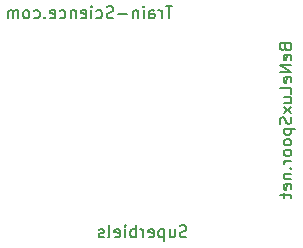
<source format=gbr>
%TF.GenerationSoftware,KiCad,Pcbnew,(6.0.9)*%
%TF.CreationDate,2023-04-18T10:07:27+02:00*%
%TF.ProjectId,midi-biels-2,6d696469-2d62-4696-956c-732d322e6b69,rev?*%
%TF.SameCoordinates,Original*%
%TF.FileFunction,Legend,Bot*%
%TF.FilePolarity,Positive*%
%FSLAX46Y46*%
G04 Gerber Fmt 4.6, Leading zero omitted, Abs format (unit mm)*
G04 Created by KiCad (PCBNEW (6.0.9)) date 2023-04-18 10:07:27*
%MOMM*%
%LPD*%
G01*
G04 APERTURE LIST*
%ADD10C,0.150000*%
G04 APERTURE END LIST*
D10*
X66114285Y-65404761D02*
X65971428Y-65452380D01*
X65733333Y-65452380D01*
X65638095Y-65404761D01*
X65590476Y-65357142D01*
X65542857Y-65261904D01*
X65542857Y-65166666D01*
X65590476Y-65071428D01*
X65638095Y-65023809D01*
X65733333Y-64976190D01*
X65923809Y-64928571D01*
X66019047Y-64880952D01*
X66066666Y-64833333D01*
X66114285Y-64738095D01*
X66114285Y-64642857D01*
X66066666Y-64547619D01*
X66019047Y-64500000D01*
X65923809Y-64452380D01*
X65685714Y-64452380D01*
X65542857Y-64500000D01*
X64685714Y-64785714D02*
X64685714Y-65452380D01*
X65114285Y-64785714D02*
X65114285Y-65309523D01*
X65066666Y-65404761D01*
X64971428Y-65452380D01*
X64828571Y-65452380D01*
X64733333Y-65404761D01*
X64685714Y-65357142D01*
X64209523Y-64785714D02*
X64209523Y-65785714D01*
X64209523Y-64833333D02*
X64114285Y-64785714D01*
X63923809Y-64785714D01*
X63828571Y-64833333D01*
X63780952Y-64880952D01*
X63733333Y-64976190D01*
X63733333Y-65261904D01*
X63780952Y-65357142D01*
X63828571Y-65404761D01*
X63923809Y-65452380D01*
X64114285Y-65452380D01*
X64209523Y-65404761D01*
X62923809Y-65404761D02*
X63019047Y-65452380D01*
X63209523Y-65452380D01*
X63304761Y-65404761D01*
X63352380Y-65309523D01*
X63352380Y-64928571D01*
X63304761Y-64833333D01*
X63209523Y-64785714D01*
X63019047Y-64785714D01*
X62923809Y-64833333D01*
X62876190Y-64928571D01*
X62876190Y-65023809D01*
X63352380Y-65119047D01*
X62447619Y-65452380D02*
X62447619Y-64785714D01*
X62447619Y-64976190D02*
X62400000Y-64880952D01*
X62352380Y-64833333D01*
X62257142Y-64785714D01*
X62161904Y-64785714D01*
X61828571Y-65452380D02*
X61828571Y-64452380D01*
X61828571Y-64833333D02*
X61733333Y-64785714D01*
X61542857Y-64785714D01*
X61447619Y-64833333D01*
X61400000Y-64880952D01*
X61352380Y-64976190D01*
X61352380Y-65261904D01*
X61400000Y-65357142D01*
X61447619Y-65404761D01*
X61542857Y-65452380D01*
X61733333Y-65452380D01*
X61828571Y-65404761D01*
X60923809Y-65452380D02*
X60923809Y-64785714D01*
X60923809Y-64452380D02*
X60971428Y-64500000D01*
X60923809Y-64547619D01*
X60876190Y-64500000D01*
X60923809Y-64452380D01*
X60923809Y-64547619D01*
X60066666Y-65404761D02*
X60161904Y-65452380D01*
X60352380Y-65452380D01*
X60447619Y-65404761D01*
X60495238Y-65309523D01*
X60495238Y-64928571D01*
X60447619Y-64833333D01*
X60352380Y-64785714D01*
X60161904Y-64785714D01*
X60066666Y-64833333D01*
X60019047Y-64928571D01*
X60019047Y-65023809D01*
X60495238Y-65119047D01*
X59447619Y-65452380D02*
X59542857Y-65404761D01*
X59590476Y-65309523D01*
X59590476Y-64452380D01*
X59114285Y-65404761D02*
X59019047Y-65452380D01*
X58828571Y-65452380D01*
X58733333Y-65404761D01*
X58685714Y-65309523D01*
X58685714Y-65261904D01*
X58733333Y-65166666D01*
X58828571Y-65119047D01*
X58971428Y-65119047D01*
X59066666Y-65071428D01*
X59114285Y-64976190D01*
X59114285Y-64928571D01*
X59066666Y-64833333D01*
X58971428Y-64785714D01*
X58828571Y-64785714D01*
X58733333Y-64833333D01*
X74478571Y-49380952D02*
X74526190Y-49523809D01*
X74573809Y-49571428D01*
X74669047Y-49619047D01*
X74811904Y-49619047D01*
X74907142Y-49571428D01*
X74954761Y-49523809D01*
X75002380Y-49428571D01*
X75002380Y-49047619D01*
X74002380Y-49047619D01*
X74002380Y-49380952D01*
X74050000Y-49476190D01*
X74097619Y-49523809D01*
X74192857Y-49571428D01*
X74288095Y-49571428D01*
X74383333Y-49523809D01*
X74430952Y-49476190D01*
X74478571Y-49380952D01*
X74478571Y-49047619D01*
X74954761Y-50428571D02*
X75002380Y-50333333D01*
X75002380Y-50142857D01*
X74954761Y-50047619D01*
X74859523Y-50000000D01*
X74478571Y-50000000D01*
X74383333Y-50047619D01*
X74335714Y-50142857D01*
X74335714Y-50333333D01*
X74383333Y-50428571D01*
X74478571Y-50476190D01*
X74573809Y-50476190D01*
X74669047Y-50000000D01*
X75002380Y-50904761D02*
X74002380Y-50904761D01*
X75002380Y-51476190D01*
X74002380Y-51476190D01*
X74954761Y-52333333D02*
X75002380Y-52238095D01*
X75002380Y-52047619D01*
X74954761Y-51952380D01*
X74859523Y-51904761D01*
X74478571Y-51904761D01*
X74383333Y-51952380D01*
X74335714Y-52047619D01*
X74335714Y-52238095D01*
X74383333Y-52333333D01*
X74478571Y-52380952D01*
X74573809Y-52380952D01*
X74669047Y-51904761D01*
X75002380Y-53285714D02*
X75002380Y-52809523D01*
X74002380Y-52809523D01*
X74335714Y-54047619D02*
X75002380Y-54047619D01*
X74335714Y-53619047D02*
X74859523Y-53619047D01*
X74954761Y-53666666D01*
X75002380Y-53761904D01*
X75002380Y-53904761D01*
X74954761Y-54000000D01*
X74907142Y-54047619D01*
X75002380Y-54428571D02*
X74335714Y-54952380D01*
X74335714Y-54428571D02*
X75002380Y-54952380D01*
X74954761Y-55285714D02*
X75002380Y-55428571D01*
X75002380Y-55666666D01*
X74954761Y-55761904D01*
X74907142Y-55809523D01*
X74811904Y-55857142D01*
X74716666Y-55857142D01*
X74621428Y-55809523D01*
X74573809Y-55761904D01*
X74526190Y-55666666D01*
X74478571Y-55476190D01*
X74430952Y-55380952D01*
X74383333Y-55333333D01*
X74288095Y-55285714D01*
X74192857Y-55285714D01*
X74097619Y-55333333D01*
X74050000Y-55380952D01*
X74002380Y-55476190D01*
X74002380Y-55714285D01*
X74050000Y-55857142D01*
X74335714Y-56285714D02*
X75335714Y-56285714D01*
X74383333Y-56285714D02*
X74335714Y-56380952D01*
X74335714Y-56571428D01*
X74383333Y-56666666D01*
X74430952Y-56714285D01*
X74526190Y-56761904D01*
X74811904Y-56761904D01*
X74907142Y-56714285D01*
X74954761Y-56666666D01*
X75002380Y-56571428D01*
X75002380Y-56380952D01*
X74954761Y-56285714D01*
X75002380Y-57333333D02*
X74954761Y-57238095D01*
X74907142Y-57190476D01*
X74811904Y-57142857D01*
X74526190Y-57142857D01*
X74430952Y-57190476D01*
X74383333Y-57238095D01*
X74335714Y-57333333D01*
X74335714Y-57476190D01*
X74383333Y-57571428D01*
X74430952Y-57619047D01*
X74526190Y-57666666D01*
X74811904Y-57666666D01*
X74907142Y-57619047D01*
X74954761Y-57571428D01*
X75002380Y-57476190D01*
X75002380Y-57333333D01*
X75002380Y-58238095D02*
X74954761Y-58142857D01*
X74907142Y-58095238D01*
X74811904Y-58047619D01*
X74526190Y-58047619D01*
X74430952Y-58095238D01*
X74383333Y-58142857D01*
X74335714Y-58238095D01*
X74335714Y-58380952D01*
X74383333Y-58476190D01*
X74430952Y-58523809D01*
X74526190Y-58571428D01*
X74811904Y-58571428D01*
X74907142Y-58523809D01*
X74954761Y-58476190D01*
X75002380Y-58380952D01*
X75002380Y-58238095D01*
X75002380Y-59000000D02*
X74335714Y-59000000D01*
X74526190Y-59000000D02*
X74430952Y-59047619D01*
X74383333Y-59095238D01*
X74335714Y-59190476D01*
X74335714Y-59285714D01*
X74907142Y-59619047D02*
X74954761Y-59666666D01*
X75002380Y-59619047D01*
X74954761Y-59571428D01*
X74907142Y-59619047D01*
X75002380Y-59619047D01*
X74335714Y-60095238D02*
X75002380Y-60095238D01*
X74430952Y-60095238D02*
X74383333Y-60142857D01*
X74335714Y-60238095D01*
X74335714Y-60380952D01*
X74383333Y-60476190D01*
X74478571Y-60523809D01*
X75002380Y-60523809D01*
X74954761Y-61380952D02*
X75002380Y-61285714D01*
X75002380Y-61095238D01*
X74954761Y-61000000D01*
X74859523Y-60952380D01*
X74478571Y-60952380D01*
X74383333Y-61000000D01*
X74335714Y-61095238D01*
X74335714Y-61285714D01*
X74383333Y-61380952D01*
X74478571Y-61428571D01*
X74573809Y-61428571D01*
X74669047Y-60952380D01*
X74335714Y-61714285D02*
X74335714Y-62095238D01*
X74002380Y-61857142D02*
X74859523Y-61857142D01*
X74954761Y-61904761D01*
X75002380Y-62000000D01*
X75002380Y-62095238D01*
X64923809Y-45902380D02*
X64352380Y-45902380D01*
X64638095Y-46902380D02*
X64638095Y-45902380D01*
X64019047Y-46902380D02*
X64019047Y-46235714D01*
X64019047Y-46426190D02*
X63971428Y-46330952D01*
X63923809Y-46283333D01*
X63828571Y-46235714D01*
X63733333Y-46235714D01*
X62971428Y-46902380D02*
X62971428Y-46378571D01*
X63019047Y-46283333D01*
X63114285Y-46235714D01*
X63304761Y-46235714D01*
X63400000Y-46283333D01*
X62971428Y-46854761D02*
X63066666Y-46902380D01*
X63304761Y-46902380D01*
X63400000Y-46854761D01*
X63447619Y-46759523D01*
X63447619Y-46664285D01*
X63400000Y-46569047D01*
X63304761Y-46521428D01*
X63066666Y-46521428D01*
X62971428Y-46473809D01*
X62495238Y-46902380D02*
X62495238Y-46235714D01*
X62495238Y-45902380D02*
X62542857Y-45950000D01*
X62495238Y-45997619D01*
X62447619Y-45950000D01*
X62495238Y-45902380D01*
X62495238Y-45997619D01*
X62019047Y-46235714D02*
X62019047Y-46902380D01*
X62019047Y-46330952D02*
X61971428Y-46283333D01*
X61876190Y-46235714D01*
X61733333Y-46235714D01*
X61638095Y-46283333D01*
X61590476Y-46378571D01*
X61590476Y-46902380D01*
X61114285Y-46521428D02*
X60352380Y-46521428D01*
X59923809Y-46854761D02*
X59780952Y-46902380D01*
X59542857Y-46902380D01*
X59447619Y-46854761D01*
X59400000Y-46807142D01*
X59352380Y-46711904D01*
X59352380Y-46616666D01*
X59400000Y-46521428D01*
X59447619Y-46473809D01*
X59542857Y-46426190D01*
X59733333Y-46378571D01*
X59828571Y-46330952D01*
X59876190Y-46283333D01*
X59923809Y-46188095D01*
X59923809Y-46092857D01*
X59876190Y-45997619D01*
X59828571Y-45950000D01*
X59733333Y-45902380D01*
X59495238Y-45902380D01*
X59352380Y-45950000D01*
X58495238Y-46854761D02*
X58590476Y-46902380D01*
X58780952Y-46902380D01*
X58876190Y-46854761D01*
X58923809Y-46807142D01*
X58971428Y-46711904D01*
X58971428Y-46426190D01*
X58923809Y-46330952D01*
X58876190Y-46283333D01*
X58780952Y-46235714D01*
X58590476Y-46235714D01*
X58495238Y-46283333D01*
X58066666Y-46902380D02*
X58066666Y-46235714D01*
X58066666Y-45902380D02*
X58114285Y-45950000D01*
X58066666Y-45997619D01*
X58019047Y-45950000D01*
X58066666Y-45902380D01*
X58066666Y-45997619D01*
X57209523Y-46854761D02*
X57304761Y-46902380D01*
X57495238Y-46902380D01*
X57590476Y-46854761D01*
X57638095Y-46759523D01*
X57638095Y-46378571D01*
X57590476Y-46283333D01*
X57495238Y-46235714D01*
X57304761Y-46235714D01*
X57209523Y-46283333D01*
X57161904Y-46378571D01*
X57161904Y-46473809D01*
X57638095Y-46569047D01*
X56733333Y-46235714D02*
X56733333Y-46902380D01*
X56733333Y-46330952D02*
X56685714Y-46283333D01*
X56590476Y-46235714D01*
X56447619Y-46235714D01*
X56352380Y-46283333D01*
X56304761Y-46378571D01*
X56304761Y-46902380D01*
X55400000Y-46854761D02*
X55495238Y-46902380D01*
X55685714Y-46902380D01*
X55780952Y-46854761D01*
X55828571Y-46807142D01*
X55876190Y-46711904D01*
X55876190Y-46426190D01*
X55828571Y-46330952D01*
X55780952Y-46283333D01*
X55685714Y-46235714D01*
X55495238Y-46235714D01*
X55400000Y-46283333D01*
X54590476Y-46854761D02*
X54685714Y-46902380D01*
X54876190Y-46902380D01*
X54971428Y-46854761D01*
X55019047Y-46759523D01*
X55019047Y-46378571D01*
X54971428Y-46283333D01*
X54876190Y-46235714D01*
X54685714Y-46235714D01*
X54590476Y-46283333D01*
X54542857Y-46378571D01*
X54542857Y-46473809D01*
X55019047Y-46569047D01*
X54114285Y-46807142D02*
X54066666Y-46854761D01*
X54114285Y-46902380D01*
X54161904Y-46854761D01*
X54114285Y-46807142D01*
X54114285Y-46902380D01*
X53209523Y-46854761D02*
X53304761Y-46902380D01*
X53495238Y-46902380D01*
X53590476Y-46854761D01*
X53638095Y-46807142D01*
X53685714Y-46711904D01*
X53685714Y-46426190D01*
X53638095Y-46330952D01*
X53590476Y-46283333D01*
X53495238Y-46235714D01*
X53304761Y-46235714D01*
X53209523Y-46283333D01*
X52638095Y-46902380D02*
X52733333Y-46854761D01*
X52780952Y-46807142D01*
X52828571Y-46711904D01*
X52828571Y-46426190D01*
X52780952Y-46330952D01*
X52733333Y-46283333D01*
X52638095Y-46235714D01*
X52495238Y-46235714D01*
X52400000Y-46283333D01*
X52352380Y-46330952D01*
X52304761Y-46426190D01*
X52304761Y-46711904D01*
X52352380Y-46807142D01*
X52400000Y-46854761D01*
X52495238Y-46902380D01*
X52638095Y-46902380D01*
X51876190Y-46902380D02*
X51876190Y-46235714D01*
X51876190Y-46330952D02*
X51828571Y-46283333D01*
X51733333Y-46235714D01*
X51590476Y-46235714D01*
X51495238Y-46283333D01*
X51447619Y-46378571D01*
X51447619Y-46902380D01*
X51447619Y-46378571D02*
X51400000Y-46283333D01*
X51304761Y-46235714D01*
X51161904Y-46235714D01*
X51066666Y-46283333D01*
X51019047Y-46378571D01*
X51019047Y-46902380D01*
%LPC*%
M02*

</source>
